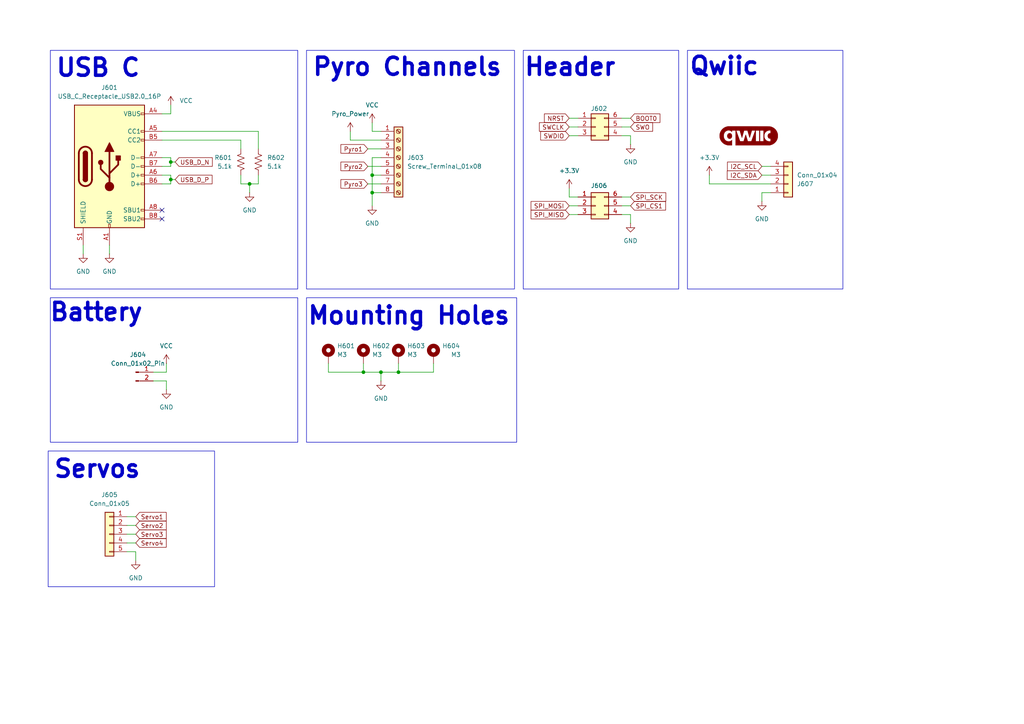
<source format=kicad_sch>
(kicad_sch (version 20250114) (generator "eeschema") (generator_version "9.0")
  (paper "A4")
  (title_block (title "IO") (company "Pioneer Rocketry"))
  (lib_symbols
    (symbol "Connector:Conn_01x02_Pin" (pin_names (offset 1.016) (hide yes))
      (property "Reference" "J" (at 0 2.54 0))
      (property "Value" "Conn_01x02_Pin" (at 0 -5.08 0))
      (symbol "Conn_01x02_Pin_1_1"
        (rectangle (start 0.8636 0.127) (end 0 -0.127) (stroke (width 0.1524)) (fill (type outline)))
        (rectangle (start 0.8636 -2.413) (end 0 -2.667) (stroke (width 0.1524)) (fill (type outline)))
        (polyline (pts (xy 1.27 0) (xy 0.8636 0)) (stroke (width 0.1524)))
        (polyline (pts (xy 1.27 -2.54) (xy 0.8636 -2.54)) (stroke (width 0.1524)))
        (pin passive line (at 5.08 0 180) (length 3.81) (name "Pin_1") (number "1"))
        (pin passive line (at 5.08 -2.54 180) (length 3.81) (name "Pin_2") (number "2"))
      )
    )
    (symbol "Connector:Screw_Terminal_01x08" (pin_names (offset 1.016) (hide yes))
      (property "Reference" "J" (at 0 10.16 0))
      (property "Value" "Screw_Terminal_01x08" (at 0 -12.7 0))
      (symbol "Screw_Terminal_01x08_1_1"
        (rectangle (start -1.27 8.89) (end 1.27 -11.43) (stroke (width 0.254)) (fill (type background)))
        (polyline (pts (xy -0.5334 7.9502) (xy 0.3302 7.112)) (stroke (width 0.1524)))
        (polyline (pts (xy -0.5334 5.4102) (xy 0.3302 4.572)) (stroke (width 0.1524)))
        (polyline (pts (xy -0.5334 2.8702) (xy 0.3302 2.032)) (stroke (width 0.1524)))
        (polyline (pts (xy -0.5334 0.3302) (xy 0.3302 -0.508)) (stroke (width 0.1524)))
        (polyline (pts (xy -0.5334 -2.2098) (xy 0.3302 -3.048)) (stroke (width 0.1524)))
        (polyline (pts (xy -0.5334 -4.7498) (xy 0.3302 -5.588)) (stroke (width 0.1524)))
        (polyline (pts (xy -0.5334 -7.2898) (xy 0.3302 -8.128)) (stroke (width 0.1524)))
        (polyline (pts (xy -0.5334 -9.8298) (xy 0.3302 -10.668)) (stroke (width 0.1524)))
        (polyline (pts (xy -0.3556 8.128) (xy 0.508 7.2898)) (stroke (width 0.1524)))
        (polyline (pts (xy -0.3556 5.588) (xy 0.508 4.7498)) (stroke (width 0.1524)))
        (polyline (pts (xy -0.3556 3.048) (xy 0.508 2.2098)) (stroke (width 0.1524)))
        (polyline (pts (xy -0.3556 0.508) (xy 0.508 -0.3302)) (stroke (width 0.1524)))
        (polyline (pts (xy -0.3556 -2.032) (xy 0.508 -2.8702)) (stroke (width 0.1524)))
        (polyline (pts (xy -0.3556 -4.572) (xy 0.508 -5.4102)) (stroke (width 0.1524)))
        (polyline (pts (xy -0.3556 -7.112) (xy 0.508 -7.9502)) (stroke (width 0.1524)))
        (polyline (pts (xy -0.3556 -9.652) (xy 0.508 -10.4902)) (stroke (width 0.1524)))
        (circle (center 0 7.62) (radius 0.635) (stroke (width 0.1524)))
        (circle (center 0 5.08) (radius 0.635) (stroke (width 0.1524)))
        (circle (center 0 2.54) (radius 0.635) (stroke (width 0.1524)))
        (circle (center 0 0) (radius 0.635) (stroke (width 0.1524)))
        (circle (center 0 -2.54) (radius 0.635) (stroke (width 0.1524)))
        (circle (center 0 -5.08) (radius 0.635) (stroke (width 0.1524)))
        (circle (center 0 -7.62) (radius 0.635) (stroke (width 0.1524)))
        (circle (center 0 -10.16) (radius 0.635) (stroke (width 0.1524)))
        (pin passive line (at -5.08 7.62 0) (length 3.81) (name "Pin_1") (number "1"))
        (pin passive line (at -5.08 5.08 0) (length 3.81) (name "Pin_2") (number "2"))
        (pin passive line (at -5.08 2.54 0) (length 3.81) (name "Pin_3") (number "3"))
        (pin passive line (at -5.08 0 0) (length 3.81) (name "Pin_4") (number "4"))
        (pin passive line (at -5.08 -2.54 0) (length 3.81) (name "Pin_5") (number "5"))
        (pin passive line (at -5.08 -5.08 0) (length 3.81) (name "Pin_6") (number "6"))
        (pin passive line (at -5.08 -7.62 0) (length 3.81) (name "Pin_7") (number "7"))
        (pin passive line (at -5.08 -10.16 0) (length 3.81) (name "Pin_8") (number "8"))
      )
    )
    (symbol "Connector:USB_C_Receptacle_USB2.0_16P" (pin_names (offset 1.016))
      (property "Reference" "J" (at 0 22.225 0))
      (property "Value" "USB_C_Receptacle_USB2.0_16P" (at 0 19.685 0))
      (symbol "USB_C_Receptacle_USB2.0_16P_0_0"
        (rectangle (start -0.254 -17.78) (end 0.254 -16.764))
        (rectangle (start 10.16 15.494) (end 9.144 14.986))
        (rectangle (start 10.16 10.414) (end 9.144 9.906))
        (rectangle (start 10.16 7.874) (end 9.144 7.366))
        (rectangle (start 10.16 2.794) (end 9.144 2.286))
        (rectangle (start 10.16 0.254) (end 9.144 -0.254))
        (rectangle (start 10.16 -2.286) (end 9.144 -2.794))
        (rectangle (start 10.16 -4.826) (end 9.144 -5.334))
        (rectangle (start 10.16 -12.446) (end 9.144 -12.954))
        (rectangle (start 10.16 -14.986) (end 9.144 -15.494))
      )
      (symbol "USB_C_Receptacle_USB2.0_16P_0_1"
        (rectangle (start -10.16 17.78) (end 10.16 -17.78) (stroke (width 0.254)) (fill (type background)))
        (polyline (pts (xy -8.89 -3.81) (xy -8.89 3.81)) (stroke (width 0.508)))
        (rectangle (start -7.62 -3.81) (end -6.35 3.81) (stroke (width 0.254)) (fill (type outline)))
        (arc (start -7.62 3.81) (mid -6.985 4.4423) (end -6.35 3.81) (stroke (width 0.254)))
        (arc (start -7.62 3.81) (mid -6.985 4.4423) (end -6.35 3.81) (stroke (width 0.254)) (fill (type outline)))
        (arc (start -8.89 3.81) (mid -6.985 5.7067) (end -5.08 3.81) (stroke (width 0.508)))
        (arc (start -5.08 -3.81) (mid -6.985 -5.7067) (end -8.89 -3.81) (stroke (width 0.508)))
        (arc (start -6.35 -3.81) (mid -6.985 -4.4423) (end -7.62 -3.81) (stroke (width 0.254)))
        (arc (start -6.35 -3.81) (mid -6.985 -4.4423) (end -7.62 -3.81) (stroke (width 0.254)) (fill (type outline)))
        (polyline (pts (xy -5.08 3.81) (xy -5.08 -3.81)) (stroke (width 0.508)))
        (circle (center -2.54 1.143) (radius 0.635) (stroke (width 0.254)) (fill (type outline)))
        (polyline (pts (xy -1.27 4.318) (xy 0 6.858) (xy 1.27 4.318) (xy -1.27 4.318)) (stroke (width 0.254)) (fill (type outline)))
        (polyline (pts (xy 0 -2.032) (xy 2.54 0.508) (xy 2.54 1.778)) (stroke (width 0.508)))
        (polyline (pts (xy 0 -3.302) (xy -2.54 -0.762) (xy -2.54 0.508)) (stroke (width 0.508)))
        (polyline (pts (xy 0 -5.842) (xy 0 4.318)) (stroke (width 0.508)))
        (circle (center 0 -5.842) (radius 1.27) (fill (type outline)))
        (rectangle (start 1.905 1.778) (end 3.175 3.048) (stroke (width 0.254)) (fill (type outline)))
      )
      (symbol "USB_C_Receptacle_USB2.0_16P_1_1"
        (pin passive line (at -7.62 -22.86 90) (length 5.08) (name "SHIELD") (number "S1"))
        (pin passive line (at 0 -22.86 90) (length 5.08) (name "GND") (number "A1"))
        (pin passive line (at 0 -22.86 90) (length 5.08) (hide yes) (name "GND") (number "A12"))
        (pin passive line (at 0 -22.86 90) (length 5.08) (hide yes) (name "GND") (number "B1"))
        (pin passive line (at 0 -22.86 90) (length 5.08) (hide yes) (name "GND") (number "B12"))
        (pin passive line (at 15.24 15.24 180) (length 5.08) (name "VBUS") (number "A4"))
        (pin passive line (at 15.24 15.24 180) (length 5.08) (hide yes) (name "VBUS") (number "A9"))
        (pin passive line (at 15.24 15.24 180) (length 5.08) (hide yes) (name "VBUS") (number "B4"))
        (pin passive line (at 15.24 15.24 180) (length 5.08) (hide yes) (name "VBUS") (number "B9"))
        (pin bidirectional line (at 15.24 10.16 180) (length 5.08) (name "CC1") (number "A5"))
        (pin bidirectional line (at 15.24 7.62 180) (length 5.08) (name "CC2") (number "B5"))
        (pin bidirectional line (at 15.24 2.54 180) (length 5.08) (name "D-") (number "A7"))
        (pin bidirectional line (at 15.24 0 180) (length 5.08) (name "D-") (number "B7"))
        (pin bidirectional line (at 15.24 -2.54 180) (length 5.08) (name "D+") (number "A6"))
        (pin bidirectional line (at 15.24 -5.08 180) (length 5.08) (name "D+") (number "B6"))
        (pin bidirectional line (at 15.24 -12.7 180) (length 5.08) (name "SBU1") (number "A8"))
        (pin bidirectional line (at 15.24 -15.24 180) (length 5.08) (name "SBU2") (number "B8"))
      )
    )
    (symbol "Connector_Generic:Conn_01x04" (pin_names (offset 1.016) (hide yes))
      (property "Reference" "J" (at 0 5.08 0))
      (property "Value" "Conn_01x04" (at 0 -7.62 0))
      (symbol "Conn_01x04_1_1"
        (rectangle (start -1.27 3.81) (end 1.27 -6.35) (stroke (width 0.254)) (fill (type background)))
        (rectangle (start -1.27 2.667) (end 0 2.413) (stroke (width 0.1524)))
        (rectangle (start -1.27 0.127) (end 0 -0.127) (stroke (width 0.1524)))
        (rectangle (start -1.27 -2.413) (end 0 -2.667) (stroke (width 0.1524)))
        (rectangle (start -1.27 -4.953) (end 0 -5.207) (stroke (width 0.1524)))
        (pin passive line (at -5.08 2.54 0) (length 3.81) (name "Pin_1") (number "1"))
        (pin passive line (at -5.08 0 0) (length 3.81) (name "Pin_2") (number "2"))
        (pin passive line (at -5.08 -2.54 0) (length 3.81) (name "Pin_3") (number "3"))
        (pin passive line (at -5.08 -5.08 0) (length 3.81) (name "Pin_4") (number "4"))
      )
    )
    (symbol "Connector_Generic:Conn_01x05" (pin_names (offset 1.016) (hide yes))
      (property "Reference" "J" (at 0 7.62 0))
      (property "Value" "Conn_01x05" (at 0 -7.62 0))
      (symbol "Conn_01x05_1_1"
        (rectangle (start -1.27 6.35) (end 1.27 -6.35) (stroke (width 0.254)) (fill (type background)))
        (rectangle (start -1.27 5.207) (end 0 4.953) (stroke (width 0.1524)))
        (rectangle (start -1.27 2.667) (end 0 2.413) (stroke (width 0.1524)))
        (rectangle (start -1.27 0.127) (end 0 -0.127) (stroke (width 0.1524)))
        (rectangle (start -1.27 -2.413) (end 0 -2.667) (stroke (width 0.1524)))
        (rectangle (start -1.27 -4.953) (end 0 -5.207) (stroke (width 0.1524)))
        (pin passive line (at -5.08 5.08 0) (length 3.81) (name "Pin_1") (number "1"))
        (pin passive line (at -5.08 2.54 0) (length 3.81) (name "Pin_2") (number "2"))
        (pin passive line (at -5.08 0 0) (length 3.81) (name "Pin_3") (number "3"))
        (pin passive line (at -5.08 -2.54 0) (length 3.81) (name "Pin_4") (number "4"))
        (pin passive line (at -5.08 -5.08 0) (length 3.81) (name "Pin_5") (number "5"))
      )
    )
    (symbol "Connector_Generic:Conn_02x03_Counter_Clockwise" (pin_names (offset 1.016) (hide yes))
      (property "Reference" "J" (at 1.27 5.08 0))
      (property "Value" "Conn_02x03_Counter_Clockwise" (at 1.27 -5.08 0))
      (symbol "Conn_02x03_Counter_Clockwise_1_1"
        (rectangle (start -1.27 3.81) (end 3.81 -3.81) (stroke (width 0.254)) (fill (type background)))
        (rectangle (start -1.27 2.667) (end 0 2.413) (stroke (width 0.1524)))
        (rectangle (start -1.27 0.127) (end 0 -0.127) (stroke (width 0.1524)))
        (rectangle (start -1.27 -2.413) (end 0 -2.667) (stroke (width 0.1524)))
        (rectangle (start 3.81 2.667) (end 2.54 2.413) (stroke (width 0.1524)))
        (rectangle (start 3.81 0.127) (end 2.54 -0.127) (stroke (width 0.1524)))
        (rectangle (start 3.81 -2.413) (end 2.54 -2.667) (stroke (width 0.1524)))
        (pin passive line (at -5.08 2.54 0) (length 3.81) (name "Pin_1") (number "1"))
        (pin passive line (at -5.08 0 0) (length 3.81) (name "Pin_2") (number "2"))
        (pin passive line (at -5.08 -2.54 0) (length 3.81) (name "Pin_3") (number "3"))
        (pin passive line (at 7.62 2.54 180) (length 3.81) (name "Pin_6") (number "6"))
        (pin passive line (at 7.62 0 180) (length 3.81) (name "Pin_5") (number "5"))
        (pin passive line (at 7.62 -2.54 180) (length 3.81) (name "Pin_4") (number "4"))
      )
    )
    (symbol "Device:R_US" (pin_numbers (hide yes)) (pin_names (offset 0))
      (property "Reference" "R" (at 2.54 0 90))
      (property "Value" "R_US" (at -2.54 0 90))
      (symbol "R_US_0_1"
        (polyline (pts (xy 0 2.286) (xy 0 2.54)))
        (polyline (pts (xy 0 2.286) (xy 1.016 1.905) (xy 0 1.524) (xy -1.016 1.143) (xy 0 0.762)))
        (polyline (pts (xy 0 0.762) (xy 1.016 0.381) (xy 0 0) (xy -1.016 -0.381) (xy 0 -0.762)))
        (polyline (pts (xy 0 -0.762) (xy 1.016 -1.143) (xy 0 -1.524) (xy -1.016 -1.905) (xy 0 -2.286)))
        (polyline (pts (xy 0 -2.286) (xy 0 -2.54)))
      )
      (symbol "R_US_1_1"
        (pin passive line (at 0 3.81 270) (length 1.27) (name "~") (number "1"))
        (pin passive line (at 0 -3.81 90) (length 1.27) (name "~") (number "2"))
      )
    )
    (symbol "Mechanical:MountingHole_Pad" (pin_numbers (hide yes)) (pin_names (offset 1.016) (hide yes)) (in_bom no)
      (property "Reference" "H" (at 0 6.35 0))
      (property "Value" "MountingHole_Pad" (at 0 4.445 0))
      (symbol "MountingHole_Pad_0_1"
        (circle (center 0 1.27) (radius 1.27) (stroke (width 1.27)))
      )
      (symbol "MountingHole_Pad_1_1"
        (pin input line (at 0 -2.54 90) (length 2.54) (name "1") (number "1"))
      )
    )
    (symbol "power:+3.3V" (power) (pin_numbers (hide yes)) (pin_names (offset 0) (hide yes))
      (property "Value" "+3.3V" (at 0 3.556 0))
      (symbol "+3.3V_0_1"
        (polyline (pts (xy -0.762 1.27) (xy 0 2.54)))
        (polyline (pts (xy 0 2.54) (xy 0.762 1.27)))
        (polyline (pts (xy 0 0) (xy 0 2.54)))
      )
      (symbol "+3.3V_1_1"
        (pin power_in line (at 0 0 90) (length 0) (name "~") (number "1"))
      )
    )
    (symbol "power:GND" (power) (pin_numbers (hide yes)) (pin_names (offset 0) (hide yes))
      (property "Value" "GND" (at 0 -3.81 0))
      (symbol "GND_0_1"
        (polyline (pts (xy 0 0) (xy 0 -1.27) (xy 1.27 -1.27) (xy 0 -2.54) (xy -1.27 -1.27) (xy 0 -1.27)))
      )
      (symbol "GND_1_1"
        (pin power_in line (at 0 0 270) (length 0) (name "~") (number "1"))
      )
    )
    (symbol "power:VBUS" (power) (pin_numbers (hide yes)) (pin_names (offset 0) (hide yes))
      (property "Value" "VBUS" (at 0 3.556 0))
      (symbol "VBUS_0_1"
        (polyline (pts (xy -0.762 1.27) (xy 0 2.54)))
        (polyline (pts (xy 0 2.54) (xy 0.762 1.27)))
        (polyline (pts (xy 0 0) (xy 0 2.54)))
      )
      (symbol "VBUS_1_1"
        (pin power_in line (at 0 0 90) (length 0) (name "~") (number "1"))
      )
    )
    (symbol "power:VCC" (power) (pin_numbers (hide yes)) (pin_names (offset 0) (hide yes))
      (property "Value" "VCC" (at 0 3.556 0))
      (symbol "VCC_0_1"
        (polyline (pts (xy -0.762 1.27) (xy 0 2.54)))
        (polyline (pts (xy 0 2.54) (xy 0.762 1.27)))
        (polyline (pts (xy 0 0) (xy 0 2.54)))
      )
      (symbol "VCC_1_1"
        (pin power_in line (at 0 0 90) (length 0) (name "~") (number "1"))
      )
    )
    (symbol "qwiic:qwiic_Logo" (pin_names (offset 1.016)) (on_board no)
      (symbol "qwiic_Logo_0_0"
        (polyline (pts (xy -5.4327 -0.8446) (xy -5.2808 -0.8039) (xy -5.1544 -0.733) (xy -5.0492 -0.629) (xy -4.9612 -0.4891) (xy -4.9388 -0.4442) (xy -4.9077 -0.3735) (xy -4.8888 -0.3096) (xy -4.878 -0.2364) (xy -4.8713 -0.1381) (xy -4.8691 -0.0268) (xy -4.8861 0.154) (xy -4.9313 0.3092) (xy -5.006 0.4432) (xy -5.1118 0.5598) (xy -5.1427 0.5863) (xy -5.261 0.6623) (xy -5.3915 0.7052) (xy -5.544 0.7187) (xy -5.5765 0.7181) (xy -5.7259 0.6986) (xy -5.8545 0.6485) (xy -5.9707 0.5648) (xy -6.0239 0.5125) (xy -6.1186 0.3839) (xy -6.1815 0.2359) (xy -6.2139 0.0648) (xy -6.2171 -0.1327) (xy -6.208 -0.2303) (xy -6.1669 -0.4073) (xy -6.0959 -0.5571) (xy -5.9957 -0.6791) (xy -5.8667 -0.7722) (xy -5.7097 -0.8355) (xy -5.6837 -0.8418) (xy -5.5963 -0.8532) (xy -5.5114 -0.8538) (xy -5.4327 -0.8446)) (stroke (width 0.01)) (fill (type outline)))
        (polyline (pts (xy 1.114 -2.7667) (xy 6.0472 -2.7606) (xy 6.2463 -2.7148) (xy 6.337 -2.6928) (xy 6.6505 -2.5964) (xy 6.9363 -2.4737) (xy 7.1992 -2.3218) (xy 7.4443 -2.1381) (xy 7.6763 -1.9197) (xy 7.765 -1.8236) (xy 7.9726 -1.5605) (xy 8.1416 -1.2836) (xy 8.2724 -0.992) (xy 8.3654 -0.6847) (xy 8.4209 -0.3609) (xy 8.4393 -0.0196) (xy 8.4383 0.0655) (xy 8.4145 0.3752) (xy 8.3579 0.6676) (xy 8.2664 0.9511) (xy 8.138 1.234) (xy 8.0972 1.3103) (xy 7.9176 1.5925) (xy 7.7084 1.847) (xy 7.4711 2.0726) (xy 7.2073 2.2681) (xy 6.9187 2.4323) (xy 6.6067 2.5639) (xy 6.273 2.6617) (xy 6.2589 2.6648) (xy 6.2405 2.6684) (xy 6.2191 2.6716) (xy 6.1933 2.6747) (xy 6.1617 2.6775) (xy 6.1229 2.6801) (xy 6.0753 2.6825) (xy 6.0178 2.6847) (xy 5.9488 2.6867) (xy 5.8669 2.6886) (xy 5.7707 2.6902) (xy 5.6588 2.6917) (xy 5.5298 2.693) (xy 5.3823 2.6942) (xy 5.2149 2.6953) (xy 5.0261 2.6962) (xy 4.8146 2.697) (xy 4.579 2.6977) (xy 4.3178 2.6982) (xy 4.0296 2.6987) (xy 3.7131 2.6991) (xy 3.3667 2.6994) (xy 2.9892 2.6997) (xy 2.579 2.6999) (xy 2.1348 2.7) (xy 1.6552 2.7001) (xy 1.1388 2.7001) (xy 0.5841 2.7001) (xy -0.0102 2.7001) (xy -6.1292 2.7001) (xy -6.3505 2.644) (xy -6.4841 2.607) (xy -6.7964 2.4938) (xy -7.0847 2.3484) (xy -7.3523 2.1691) (xy -7.6022 1.9541) (xy -7.8228 1.7179) (xy -8.0199 1.4516) (xy -8.1801 1.1677) (xy -8.3036 0.8654) (xy -8.3907 0.5442) (xy -8.4419 0.2033) (xy -8.4512 -0.0999) (xy -8.4229 -0.4124) (xy -8.358 -0.7268) (xy -8.2573 -1.037) (xy -8.2016 -1.1697) (xy -8.0521 -1.4517) (xy -7.87 -1.7127) (xy -7.6584 -1.9504) (xy -7.4205 -2.1625) (xy -7.1593 -2.3467) (xy -6.878 -2.5006) (xy -6.5797 -2.6219) (xy -6.2674 -2.7084) (xy -5.9444 -2.7576) (xy -5.922 -2.759) (xy -5.8567 -2.7613) (xy -5.7613 -2.7635) (xy -5.6429 -2.7656) (xy -5.5083 -2.7673) (xy -5.3644 -2.7686) (xy -4.8664 -2.772) (xy -4.8664 -2.0042) (xy -4.8664 -1.2363) (xy -4.988 -1.3553) (xy -5.0139 -1.3798) (xy -5.1784 -1.503) (xy -5.3644 -1.5917) (xy -5.5706 -1.6453) (xy -5.7956 -1.6632) (xy -6.0087 -1.6503) (xy -6.2442 -1.6015) (xy -6.468 -1.5153) (xy -6.6423 -1.4122) (xy -6.8101 -1.2696) (xy -6.9545 -1.0983) (xy -7.0706 -0.9035) (xy -7.1159 -0.8066) (xy -7.1662 -0.6802) (xy -7.2032 -0.5549) (xy -7.2309 -0.4168) (xy -7.2531 -0.2517) (xy -7.2645 -0.0773) (xy -7.2559 0.1553) (xy -7.2228 0.3848) (xy -7.1667 0.6002) (xy -7.0895 0.7905) (xy -6.9738 0.984) (xy -6.8224 1.164) (xy -6.645 1.3131) (xy -6.4435 1.4296) (xy -6.2198 1.512) (xy -6.2168 1.5128) (xy -6.0991 1.5354) (xy -5.9587 1.5479) (xy -5.8081 1.5506) (xy -5.6599 1.5435) (xy -5.5266 1.5269) (xy -5.4208 1.5009) (xy -5.3121 1.4578) (xy -5.1345 1.3582) (xy -4.9742 1.2256) (xy -4.8664 1.1205) (xy -4.8664 1.32) (xy -4.8664 1.5195) (xy -4.3428 1.5195) (xy -3.8192 1.5195) (xy -3.8192 1.5092) (xy -3.651 1.5092) (xy -3.1359 1.5147) (xy -3.0732 1.5153) (xy -2.9054 1.5158) (xy -2.7765 1.5144) (xy -2.6848 1.5109) (xy -2.6289 1.5054) (xy -2.607 1.4977) (xy -2.6049 1.4928) (xy -2.5923 1.4545) (xy -2.5697 1.3821) (xy -2.5383 1.2793) (xy -2.4992 1.1497) (xy -2.4535 0.9973) (xy -2.4024 0.8257) (xy -2.3469 0.6386) (xy -2.2883 0.4399) (xy -2.2626 0.353) (xy -2.2055 0.1609) (xy -2.152 -0.0169) (xy -2.1032 -0.1766) (xy -2.0604 -0.3147) (xy -2.0246 -0.4277) (xy -1.9968 -0.512) (xy -1.9783 -0.564) (xy -1.9702 -0.5801) (xy -1.9654 -0.5681) (xy -1.9499 -0.5201) (xy -1.9252 -0.4397) (xy -1.8924 -0.3308) (xy -1.8529 -0.1975) (xy -1.8079 -0.0439) (xy -1.7584 0.1259) (xy -1.7059 0.308) (xy -1.6754 0.4138) (xy -1.6217 0.6001) (xy -1.5705 0.7774) (xy -1.5233 0.9405) (xy -1.4815 1.0844) (xy -1.4467 1.2041) (xy -1.4202 1.2945) (xy -1.4037 1.3504) (xy -1.3525 1.5202) (xy -0.8571 1.5147) (xy -0.3617 1.5092) (xy -0.2632 1.1704) (xy -0.2457 1.1103) (xy -0.1592 0.8126) (xy -0.0832 0.5516) (xy -0.017 0.325) (xy 0.04 0.1304) (xy 0.0886 -0.0344) (xy 0.1296 -0.1717) (xy 0.1636 -0.2838) (xy 0.1915 -0.3731) (xy 0.2138 -0.4419) (xy 0.2315 -0.4925) (xy 0.2451 -0.5272) (xy 0.2555 -0.5482) (xy 0.2633 -0.558) (xy 0.2693 -0.5588) (xy 0.2742 -0.5529) (xy 0.2787 -0.5426) (xy 0.2801 -0.5389) (xy 0.2928 -0.4995) (xy 0.3157 -0.4255) (xy 0.3473 -0.3211) (xy 0.3867 -0.1902) (xy 0.4325 -0.0368) (xy 0.4835 0.1352) (xy 0.5386 0.3216) (xy 0.5966 0.5185) (xy 0.8908 1.5195) (xy 1.3899 1.5195) (xy 1.4919 1.5192) (xy 1.6201 1.518) (xy 1.7294 1.5159) (xy 1.8144 1.5132) (xy 1.8695 1.5099) (xy 1.8891 1.5062) (xy 1.8878 1.5017) (xy 1.8751 1.465) (xy 1.8498 1.3939) (xy 1.8129 1.2913) (xy 1.7656 1.1601) (xy 1.7087 1.0033) (xy 1.6435 0.8236) (xy 1.5709 0.6241) (xy 1.4919 0.4076) (xy 1.4078 0.1771) (xy 1.3194 -0.0646) (xy 0.7498 -1.6222) (xy 2.0329 -1.6222) (xy 2.0329 -0.0513) (xy 2.0329 1.5195) (xy 2.5462 1.5195) (xy 3.0595 1.5195) (xy 3.0595 -0.0513) (xy 3.0595 -1.6222) (xy 3.2649 -1.6222) (xy 3.2649 -0.0513) (xy 3.2649 1.5195) (xy 3.7782 1.5195) (xy 4.2916 1.5195) (xy 4.2916 -0.0513) (xy 4.2916 -0.0616) (xy 4.5072 -0.0616) (xy 4.51 0.109) (xy 4.5206 0.2597) (xy 4.5412 0.3904) (xy 4.5742 0.5118) (xy 4.6219 0.6344) (xy 4.6865 0.7688) (xy 4.7189 0.8272) (xy 4.8331 0.9884) (xy 4.9744 1.1395) (xy 5.1327 1.2705) (xy 5.2977 1.3713) (xy 5.3343 1.3892) (xy 5.5052 1.4608) (xy 5.6736 1.5089) (xy 5.8531 1.5366) (xy 6.0574 1.547) (xy 6.3141 1.5503) (xy 6.3197 1.1242) (xy 6.3252 0.6981) (xy 6.1657 0.6977) (xy 6.0758 0.6938) (xy 5.9577 0.6711) (xy 5.8554 0.6239) (xy 5.7556 0.5473) (xy 5.6613 0.4359) (xy 5.592 0.2991) (xy 5.5481 0.1445) (xy 5.53 -0.0204) (xy 5.5379 -0.188) (xy 5.572 -0.3512) (xy 5.6325 -0.5023) (xy 5.7197 -0.634) (xy 5.7811 -0.6969) (xy 5.8788 -0.7612) (xy 5.9969 -0.8003) (xy 6.1437 -0.8177) (xy 6.3252 -0.8264) (xy 6.3197 -1.2397) (xy 6.3141 -1.653) (xy 6.119 -1.6559) (xy 6.0236 -1.6559) (xy 5.821 -1.6423) (xy 5.6365 -1.6074) (xy 5.4566 -1.5482) (xy 5.2677 -1.4615) (xy 5.1266 -1.3784) (xy 4.9456 -1.2329) (xy 4.7938 -1.0591) (xy 4.6732 -0.8591) (xy 4.6423 -0.7948) (xy 4.5921 -0.6805) (xy 4.5558 -0.5768) (xy 4.5314 -0.4734) (xy 4.5165 -0.3599) (xy 4.5092 -0.2261) (xy 4.5072 -0.0616) (xy 4.2916 -0.0616) (xy 4.2916 -1.6222) (xy 3.7782 -1.6222) (xy 3.2649 -1.6222) (xy 3.0595 -1.6222) (xy 2.5462 -1.6222) (xy 2.0329 -1.6222) (xy 0.7498 -1.6222) (xy 0.2363 -1.6221) (xy -0.2772 -1.6221) (xy -0.5736 -0.6568) (xy -0.583 -0.626) (xy -0.6413 -0.4378) (xy -0.696 -0.2633) (xy -0.746 -0.106) (xy -0.7901 0.0304) (xy -0.8272 0.1421) (xy -0.8559 0.2255) (xy -0.8751 0.277) (xy -0.8836 0.2929) (xy -0.8838 0.2926) (xy -0.8932 0.2679) (xy -0.9134 0.208) (xy -0.9431 0.1169) (xy -0.9811 -0.0016) (xy -1.0262 -0.1436) (xy -1.0771 -0.3054) (xy -1.1326 -0.483) (xy -1.1916 -0.6725) (xy -1.4859 -1.6222) (xy -2.0006 -1.6218) (xy -2.5153 -1.6215) (xy -3.0831 -0.0561) (xy -3.651 1.5092) (xy -3.8192 1.5092) (xy -3.8192 -0.6267) (xy -3.8192 -2.7729) (xy 1.114 -2.7667)) (stroke (width 0.01)) (fill (type outline)))
      )
    )
  )
  (rectangle (start 151.765 14.605) (end 196.85 83.82))
  (rectangle (start 14.605 86.36) (end 86.36 128.27))
  (rectangle (start 14.605 14.605) (end 86.36 83.82))
  (rectangle (start 13.97 130.81) (end 62.23 170.18))
  (rectangle (start 88.9 14.605) (end 149.225 83.82))
  (rectangle (start 199.39 14.605) (end 244.475 83.82))
  (rectangle (start 88.9 86.36) (end 149.86 128.27))
  (text "Header" (at 165.354 19.558 0) (effects (font (size 5 5) (thickness 1) (bold yes))))
  (text "USB C" (at 28.448 19.812 0) (effects (font (size 5 5) (thickness 1) (bold yes))))
  (text "Mounting Holes\n" (at 88.9 91.694 0) (effects (font (size 5 5) (thickness 1) (bold yes)) (justify left)))
  (text "Pyro Channels" (at 118.11 19.558 0) (effects (font (size 5 5) (thickness 1) (bold yes))))
  (text "Battery\n" (at 27.94 90.678 0) (effects (font (size 5 5) (thickness 1) (bold yes))))
  (text "Servos" (at 28.194 136.144 0) (effects (font (size 5 5) (thickness 1) (bold yes))))
  (text "Qwiic\n" (at 210.058 19.304 0) (effects (font (size 5 5) (thickness 1) (bold yes))))
  (junction (at 115.57 107.95))
  (junction (at 107.95 55.88))
  (junction (at 110.49 107.95))
  (junction (at 49.53 52.07))
  (junction (at 49.53 46.99))
  (junction (at 107.95 50.8))
  (junction (at 105.41 107.95))
  (junction (at 72.39 53.34))
  (no_connect (at 46.99 60.96))
  (no_connect (at 46.99 63.5))
  (wire (pts (xy 49.53 33.02) (xy 46.99 33.02)))
  (wire (pts (xy 220.98 55.88) (xy 223.52 55.88)))
  (wire (pts (xy 49.53 30.48) (xy 49.53 33.02)))
  (wire (pts (xy 107.95 45.72) (xy 107.95 50.8)))
  (wire (pts (xy 125.73 107.95) (xy 115.57 107.95)))
  (wire (pts (xy 220.98 50.8) (xy 223.52 50.8)))
  (wire (pts (xy 165.1 59.69) (xy 167.64 59.69)))
  (wire (pts (xy 106.68 48.26) (xy 110.49 48.26)))
  (wire (pts (xy 115.57 105.41) (xy 115.57 107.95)))
  (wire (pts (xy 182.88 34.29) (xy 180.34 34.29)))
  (wire (pts (xy 182.88 39.37) (xy 182.88 41.91)))
  (wire (pts (xy 107.95 35.56) (xy 107.95 38.1)))
  (wire (pts (xy 182.88 62.23) (xy 182.88 64.77)))
  (wire (pts (xy 31.75 73.66) (xy 31.75 71.12)))
  (wire (pts (xy 39.37 160.02) (xy 39.37 162.56)))
  (wire (pts (xy 39.37 152.4) (xy 36.83 152.4)))
  (wire (pts (xy 165.1 39.37) (xy 167.64 39.37)))
  (wire (pts (xy 44.45 107.95) (xy 48.26 107.95)))
  (wire (pts (xy 220.98 58.42) (xy 220.98 55.88)))
  (wire (pts (xy 107.95 55.88) (xy 110.49 55.88)))
  (wire (pts (xy 95.25 107.95) (xy 95.25 105.41)))
  (wire (pts (xy 107.95 55.88) (xy 107.95 50.8)))
  (wire (pts (xy 182.88 57.15) (xy 180.34 57.15)))
  (wire (pts (xy 46.99 50.8) (xy 49.53 50.8)))
  (wire (pts (xy 39.37 154.94) (xy 36.83 154.94)))
  (wire (pts (xy 46.99 45.72) (xy 49.53 45.72)))
  (wire (pts (xy 49.53 46.99) (xy 49.53 48.26)))
  (wire (pts (xy 107.95 38.1) (xy 110.49 38.1)))
  (wire (pts (xy 48.26 110.49) (xy 44.45 110.49)))
  (wire (pts (xy 205.74 53.34) (xy 223.52 53.34)))
  (wire (pts (xy 205.74 50.8) (xy 205.74 53.34)))
  (wire (pts (xy 24.13 73.66) (xy 24.13 71.12)))
  (wire (pts (xy 165.1 36.83) (xy 167.64 36.83)))
  (wire (pts (xy 165.1 34.29) (xy 167.64 34.29)))
  (wire (pts (xy 72.39 55.88) (xy 72.39 53.34)))
  (wire (pts (xy 48.26 113.03) (xy 48.26 110.49)))
  (wire (pts (xy 182.88 59.69) (xy 180.34 59.69)))
  (wire (pts (xy 49.53 52.07) (xy 49.53 53.34)))
  (wire (pts (xy 110.49 107.95) (xy 110.49 110.49)))
  (wire (pts (xy 165.1 57.15) (xy 167.64 57.15)))
  (wire (pts (xy 165.1 54.61) (xy 165.1 57.15)))
  (wire (pts (xy 74.93 50.8) (xy 74.93 53.34)))
  (wire (pts (xy 49.53 50.8) (xy 49.53 52.07)))
  (wire (pts (xy 39.37 149.86) (xy 36.83 149.86)))
  (wire (pts (xy 46.99 40.64) (xy 69.85 40.64)))
  (wire (pts (xy 125.73 105.41) (xy 125.73 107.95)))
  (wire (pts (xy 74.93 53.34) (xy 72.39 53.34)))
  (wire (pts (xy 101.6 40.64) (xy 110.49 40.64)))
  (wire (pts (xy 48.26 107.95) (xy 48.26 105.41)))
  (wire (pts (xy 180.34 39.37) (xy 182.88 39.37)))
  (wire (pts (xy 105.41 105.41) (xy 105.41 107.95)))
  (wire (pts (xy 107.95 50.8) (xy 110.49 50.8)))
  (wire (pts (xy 110.49 107.95) (xy 115.57 107.95)))
  (wire (pts (xy 69.85 53.34) (xy 72.39 53.34)))
  (wire (pts (xy 101.6 40.64) (xy 101.6 38.1)))
  (wire (pts (xy 110.49 45.72) (xy 107.95 45.72)))
  (wire (pts (xy 39.37 157.48) (xy 36.83 157.48)))
  (wire (pts (xy 69.85 40.64) (xy 69.85 43.18)))
  (wire (pts (xy 95.25 107.95) (xy 105.41 107.95)))
  (wire (pts (xy 49.53 45.72) (xy 49.53 46.99)))
  (wire (pts (xy 106.68 53.34) (xy 110.49 53.34)))
  (wire (pts (xy 36.83 160.02) (xy 39.37 160.02)))
  (wire (pts (xy 105.41 107.95) (xy 110.49 107.95)))
  (wire (pts (xy 106.68 43.18) (xy 110.49 43.18)))
  (wire (pts (xy 49.53 53.34) (xy 46.99 53.34)))
  (wire (pts (xy 180.34 62.23) (xy 182.88 62.23)))
  (wire (pts (xy 49.53 46.99) (xy 50.8 46.99)))
  (wire (pts (xy 49.53 52.07) (xy 50.8 52.07)))
  (wire (pts (xy 74.93 43.18) (xy 74.93 38.1)))
  (wire (pts (xy 74.93 38.1) (xy 46.99 38.1)))
  (wire (pts (xy 182.88 36.83) (xy 180.34 36.83)))
  (wire (pts (xy 107.95 55.88) (xy 107.95 59.69)))
  (wire (pts (xy 46.99 48.26) (xy 49.53 48.26)))
  (wire (pts (xy 69.85 50.8) (xy 69.85 53.34)))
  (wire (pts (xy 220.98 48.26) (xy 223.52 48.26)))
  (wire (pts (xy 165.1 62.23) (xy 167.64 62.23)))
  (global_label "SPI_CS1" (shape input) (at 182.88 59.69 0) (property "Intersheetrefs" "${INTERSHEET_REFS}" (effects (hide yes))))
  (global_label "SWO" (shape input) (at 182.88 36.83 0) (property "Intersheetrefs" "${INTERSHEET_REFS}" (effects (hide yes))))
  (global_label "NRST" (shape input) (at 165.1 34.29 180) (property "Intersheetrefs" "${INTERSHEET_REFS}" (effects (hide yes))))
  (global_label "Pyro2" (shape input) (at 106.68 48.26 180) (property "Intersheetrefs" "${INTERSHEET_REFS}" (effects (hide yes))))
  (global_label "Servo4" (shape input) (at 39.37 157.48 0) (property "Intersheetrefs" "${INTERSHEET_REFS}" (effects (hide yes))))
  (global_label "I2C_SCL" (shape input) (at 220.98 48.26 180) (property "Intersheetrefs" "${INTERSHEET_REFS}" (effects (hide yes))))
  (global_label "I2C_SDA" (shape input) (at 220.98 50.8 180) (property "Intersheetrefs" "${INTERSHEET_REFS}" (effects (hide yes))))
  (global_label "Pyro3" (shape input) (at 106.68 53.34 180) (property "Intersheetrefs" "${INTERSHEET_REFS}" (effects (hide yes))))
  (global_label "Servo1" (shape input) (at 39.37 149.86 0) (property "Intersheetrefs" "${INTERSHEET_REFS}" (effects (hide yes))))
  (global_label "SWDIO" (shape input) (at 165.1 39.37 180) (property "Intersheetrefs" "${INTERSHEET_REFS}" (effects (hide yes))))
  (global_label "SWCLK" (shape input) (at 165.1 36.83 180) (property "Intersheetrefs" "${INTERSHEET_REFS}" (effects (hide yes))))
  (global_label "SPI_MOSI" (shape input) (at 165.1 59.69 180) (property "Intersheetrefs" "${INTERSHEET_REFS}" (effects (hide yes))))
  (global_label "USB_D_P" (shape input) (at 50.8 52.07 0) (property "Intersheetrefs" "${INTERSHEET_REFS}" (effects (hide yes))))
  (global_label "Pyro1" (shape input) (at 106.68 43.18 180) (property "Intersheetrefs" "${INTERSHEET_REFS}" (effects (hide yes))))
  (global_label "USB_D_N" (shape input) (at 50.8 46.99 0) (property "Intersheetrefs" "${INTERSHEET_REFS}" (effects (hide yes))))
  (global_label "Servo2" (shape input) (at 39.37 152.4 0) (property "Intersheetrefs" "${INTERSHEET_REFS}" (effects (hide yes))))
  (global_label "SPI_MISO" (shape input) (at 165.1 62.23 180) (property "Intersheetrefs" "${INTERSHEET_REFS}" (effects (hide yes))))
  (global_label "Servo3" (shape input) (at 39.37 154.94 0) (property "Intersheetrefs" "${INTERSHEET_REFS}" (effects (hide yes))))
  (global_label "SPI_SCK" (shape input) (at 182.88 57.15 0) (property "Intersheetrefs" "${INTERSHEET_REFS}" (effects (hide yes))))
  (global_label "BOOT0" (shape input) (at 182.88 34.29 0) (property "Intersheetrefs" "${INTERSHEET_REFS}" (effects (hide yes))))
  (symbol (lib_id "Connector_Generic:Conn_02x03_Counter_Clockwise") (at 172.72 36.83 0) (unit 1)
    (property "Reference" "J602" (at 173.736 31.496 0))
    (property "Value" "Conn_02x03_Counter_Clockwise" (effects (hide yes)))
    (property "Footprint" "imported:EdgePinHeader_02x03" (effects (hide yes)))
    (property "Description" "Generic connector, double row, 02x03, counter clockwise pin numbering scheme (similar to DIP package numbering), script generated (kicad-library-utils/schlib/autogen/connector/)" (effects (hide yes)))
  )
  (symbol (lib_id "Mechanical:MountingHole_Pad") (at 125.73 102.87 0) (unit 1) (in_bom no)
    (property "Reference" "H604" (at 128.27 100.3299 0) (effects (justify left)))
    (property "Value" "M3" (at 130.81 102.8699 0) (effects (justify left)))
    (property "Footprint" "MountingHole:MountingHole_2.7mm_Pad_TopBottom" (effects (hide yes)))
    (property "Description" "Mounting Hole with connection" (effects (hide yes)))
  )
  (symbol (lib_id "power:GND") (at 39.37 162.56 0) (unit 1)
    (property "Reference" "#PWR0614" (effects (hide yes)))
    (property "Value" "GND" (at 39.37 167.64 0))
    (property "Description" "Power symbol creates a global label with name \"GND\" , ground" (effects (hide yes)))
  )
  (symbol (lib_id "Connector:Screw_Terminal_01x08") (at 115.57 45.72 0) (unit 1)
    (property "Reference" "J603" (at 118.11 45.7199 0) (effects (justify left)))
    (property "Value" "Screw_Terminal_01x08" (at 118.11 48.2599 0) (effects (justify left)))
    (property "Footprint" "TerminalBlock_Phoenix:TerminalBlock_Phoenix_MPT-0,5-8-2.54_1x08_P2.54mm_Horizontal" (effects (hide yes)))
    (property "Description" "Generic screw terminal, single row, 01x08, script generated (kicad-library-utils/schlib/autogen/connector/)" (effects (hide yes)))
  )
  (symbol (lib_id "Mechanical:MountingHole_Pad") (at 105.41 102.87 0) (unit 1) (in_bom no)
    (property "Reference" "H602" (at 107.95 100.3299 0) (effects (justify left)))
    (property "Value" "M3" (at 107.95 102.8699 0) (effects (justify left)))
    (property "Footprint" "MountingHole:MountingHole_2.7mm_Pad_TopBottom" (effects (hide yes)))
    (property "Description" "Mounting Hole with connection" (effects (hide yes)))
  )
  (symbol (lib_id "power:VBUS") (at 49.53 30.48 0) (unit 1)
    (property "Reference" "#PWR0601" (effects (hide yes)))
    (property "Value" "VCC" (at 52.07 29.2099 0) (effects (justify left)))
    (property "Description" "Power symbol creates a global label with name \"VBUS\"" (effects (hide yes)))
  )
  (symbol (lib_id "qwiic:qwiic_Logo") (at 217.17 39.37 0) (unit 1)
    (property "Reference" "G601" (effects (hide yes)))
    (property "Value" "qwiic_Logo" (effects (hide yes)))
    (property "Footprint" "imported:qwiic_5.5mm" (effects (hide yes)))
  )
  (symbol (lib_id "power:GND") (at 107.95 59.69 0) (unit 1)
    (property "Reference" "#PWR0608" (effects (hide yes)))
    (property "Value" "GND" (at 107.95 64.77 0))
    (property "Description" "Power symbol creates a global label with name \"GND\" , ground" (effects (hide yes)))
  )
  (symbol (lib_id "power:GND") (at 110.49 110.49 0) (unit 1)
    (property "Reference" "#PWR0612" (effects (hide yes)))
    (property "Value" "GND" (at 110.49 115.57 0))
    (property "Description" "Power symbol creates a global label with name \"GND\" , ground" (effects (hide yes)))
  )
  (symbol (lib_id "power:GND") (at 220.98 58.42 0) (mirror y) (unit 1)
    (property "Reference" "#PWR0616" (effects (hide yes)))
    (property "Value" "GND" (at 220.98 63.5 0))
    (property "Description" "Power symbol creates a global label with name \"GND\" , ground" (effects (hide yes)))
  )
  (symbol (lib_id "power:GND") (at 182.88 41.91 0) (unit 1)
    (property "Reference" "#PWR0606" (effects (hide yes)))
    (property "Value" "GND" (at 182.88 46.99 0))
    (property "Description" "Power symbol creates a global label with name \"GND\" , ground" (effects (hide yes)))
  )
  (symbol (lib_id "Mechanical:MountingHole_Pad") (at 115.57 102.87 0) (unit 1) (in_bom no)
    (property "Reference" "H603" (at 118.11 100.3299 0) (effects (justify left)))
    (property "Value" "M3" (at 118.11 102.8699 0) (effects (justify left)))
    (property "Footprint" "MountingHole:MountingHole_2.7mm_Pad_TopBottom" (effects (hide yes)))
    (property "Description" "Mounting Hole with connection" (effects (hide yes)))
  )
  (symbol (lib_id "Connector:USB_C_Receptacle_USB2.0_16P") (at 31.75 48.26 0) (unit 1)
    (property "Reference" "J601" (at 31.75 25.4 0))
    (property "Value" "USB_C_Receptacle_USB2.0_16P" (at 31.75 27.94 0))
    (property "Footprint" "Connector_USB:USB_C_Receptacle_GCT_USB4105-xx-A_16P_TopMnt_Horizontal" (effects (hide yes)))
    (property "Datasheet" "https://www.usb.org/sites/default/files/documents/usb_type-c.zip" (effects (hide yes)))
    (property "Description" "USB 2.0-only 16P Type-C Receptacle connector" (effects (hide yes)))
  )
  (symbol (lib_id "power:GND") (at 182.88 64.77 0) (unit 1)
    (property "Reference" "#PWR0607" (effects (hide yes)))
    (property "Value" "GND" (at 182.88 69.85 0))
    (property "Description" "Power symbol creates a global label with name \"GND\" , ground" (effects (hide yes)))
  )
  (symbol (lib_id "power:+3.3V") (at 205.74 50.8 0) (mirror y) (unit 1)
    (property "Reference" "#PWR0615" (effects (hide yes)))
    (property "Value" "+3.3V" (at 205.74 45.72 0))
    (property "Description" "Power symbol creates a global label with name \"+3.3V\"" (effects (hide yes)))
  )
  (symbol (lib_id "power:GND") (at 24.13 73.66 0) (unit 1)
    (property "Reference" "#PWR0609" (effects (hide yes)))
    (property "Value" "GND" (at 24.13 78.74 0))
    (property "Description" "Power symbol creates a global label with name \"GND\" , ground" (effects (hide yes)))
  )
  (symbol (lib_id "power:+3.3V") (at 165.1 54.61 0) (mirror y) (unit 1)
    (property "Reference" "#PWR0602" (effects (hide yes)))
    (property "Value" "+3.3V" (at 165.1 49.53 0))
    (property "Description" "Power symbol creates a global label with name \"+3.3V\"" (effects (hide yes)))
  )
  (symbol (lib_id "Device:R_US") (at 69.85 46.99 0) (mirror y) (unit 1)
    (property "Reference" "R601" (at 67.31 45.7199 0) (effects (justify left)))
    (property "Value" "5.1k" (at 67.31 48.2599 0) (effects (justify left)))
    (property "Footprint" "Resistor_SMD:R_0603_1608Metric_Pad0.98x0.95mm_HandSolder" (effects (hide yes)))
    (property "Description" "Resistor, US symbol" (effects (hide yes)))
  )
  (symbol (lib_id "Mechanical:MountingHole_Pad") (at 95.25 102.87 0) (unit 1) (in_bom no)
    (property "Reference" "H601" (at 97.79 100.3299 0) (effects (justify left)))
    (property "Value" "M3" (at 97.79 102.8699 0) (effects (justify left)))
    (property "Footprint" "MountingHole:MountingHole_2.7mm_Pad_TopBottom" (effects (hide yes)))
    (property "Description" "Mounting Hole with connection" (effects (hide yes)))
  )
  (symbol (lib_id "power:VCC") (at 48.26 105.41 0) (unit 1)
    (property "Reference" "#PWR0611" (effects (hide yes)))
    (property "Value" "VCC" (at 48.26 100.33 0))
    (property "Description" "Power symbol creates a global label with name \"VCC\"" (effects (hide yes)))
  )
  (symbol (lib_id "Connector_Generic:Conn_01x05") (at 31.75 154.94 0) (mirror y) (unit 1)
    (property "Reference" "J605" (at 31.75 143.51 0))
    (property "Value" "Conn_01x05" (at 31.75 146.05 0))
    (property "Footprint" "Connector_PinHeader_2.54mm:PinHeader_1x05_P2.54mm_Vertical" (effects (hide yes)))
    (property "Description" "Generic connector, single row, 01x05, script generated (kicad-library-utils/schlib/autogen/connector/)" (effects (hide yes)))
  )
  (symbol (lib_id "power:GND") (at 72.39 55.88 0) (unit 1)
    (property "Reference" "#PWR0605" (effects (hide yes)))
    (property "Value" "GND" (at 72.39 60.96 0))
    (property "Description" "Power symbol creates a global label with name \"GND\" , ground" (effects (hide yes)))
  )
  (symbol (lib_id "power:VCC") (at 101.6 38.1 0) (unit 1)
    (property "Reference" "#PWR0604" (effects (hide yes)))
    (property "Value" "Pyro_Power" (at 101.6 33.02 0))
    (property "Description" "Power symbol creates a global label with name \"VCC\"" (effects (hide yes)))
  )
  (symbol (lib_id "Device:R_US") (at 74.93 46.99 0) (unit 1)
    (property "Reference" "R602" (at 77.47 45.7199 0) (effects (justify left)))
    (property "Value" "5.1k" (at 77.47 48.2599 0) (effects (justify left)))
    (property "Footprint" "Resistor_SMD:R_0603_1608Metric_Pad0.98x0.95mm_HandSolder" (effects (hide yes)))
    (property "Description" "Resistor, US symbol" (effects (hide yes)))
  )
  (symbol (lib_id "Connector:Conn_01x02_Pin") (at 39.37 107.95 0) (unit 1)
    (property "Reference" "J604" (at 40.005 102.87 0))
    (property "Value" "Conn_01x02_Pin" (at 40.005 105.41 0))
    (property "Footprint" "Connector_PinHeader_2.54mm:PinHeader_1x02_P2.54mm_Vertical" (effects (hide yes)))
    (property "Description" "Generic connector, single row, 01x02, script generated" (effects (hide yes)))
  )
  (symbol (lib_id "Connector_Generic:Conn_01x04") (at 228.6 53.34 0) (mirror x) (unit 1)
    (property "Reference" "J607" (at 231.14 53.3401 0) (effects (justify left)))
    (property "Value" "Conn_01x04" (at 231.14 50.8001 0) (effects (justify left)))
    (property "Footprint" "Connector_JST:JST_SH_SM04B-SRSS-TB_1x04-1MP_P1.00mm_Horizontal" (effects (hide yes)))
    (property "Description" "Generic connector, single row, 01x04, script generated (kicad-library-utils/schlib/autogen/connector/)" (effects (hide yes)))
  )
  (symbol (lib_id "power:GND") (at 48.26 113.03 0) (unit 1)
    (property "Reference" "#PWR0613" (effects (hide yes)))
    (property "Value" "GND" (at 48.26 118.11 0))
    (property "Description" "Power symbol creates a global label with name \"GND\" , ground" (effects (hide yes)))
  )
  (symbol (lib_id "power:GND") (at 31.75 73.66 0) (unit 1)
    (property "Reference" "#PWR0610" (effects (hide yes)))
    (property "Value" "GND" (at 31.75 78.74 0))
    (property "Description" "Power symbol creates a global label with name \"GND\" , ground" (effects (hide yes)))
  )
  (symbol (lib_id "power:VCC") (at 107.95 35.56 0) (unit 1)
    (property "Reference" "#PWR0603" (effects (hide yes)))
    (property "Value" "VCC" (at 107.95 30.48 0))
    (property "Description" "Power symbol creates a global label with name \"VCC\"" (effects (hide yes)))
  )
  (symbol (lib_id "Connector_Generic:Conn_02x03_Counter_Clockwise") (at 172.72 59.69 0) (unit 1)
    (property "Reference" "J606" (at 173.736 53.848 0))
    (property "Value" "Conn_02x03_Counter_Clockwise" (effects (hide yes)))
    (property "Footprint" "imported:EdgePinHeader_02x03" (effects (hide yes)))
    (property "Description" "Generic connector, double row, 02x03, counter clockwise pin numbering scheme (similar to DIP package numbering), script generated (kicad-library-utils/schlib/autogen/connector/)" (effects (hide yes)))
  )
)
</source>
